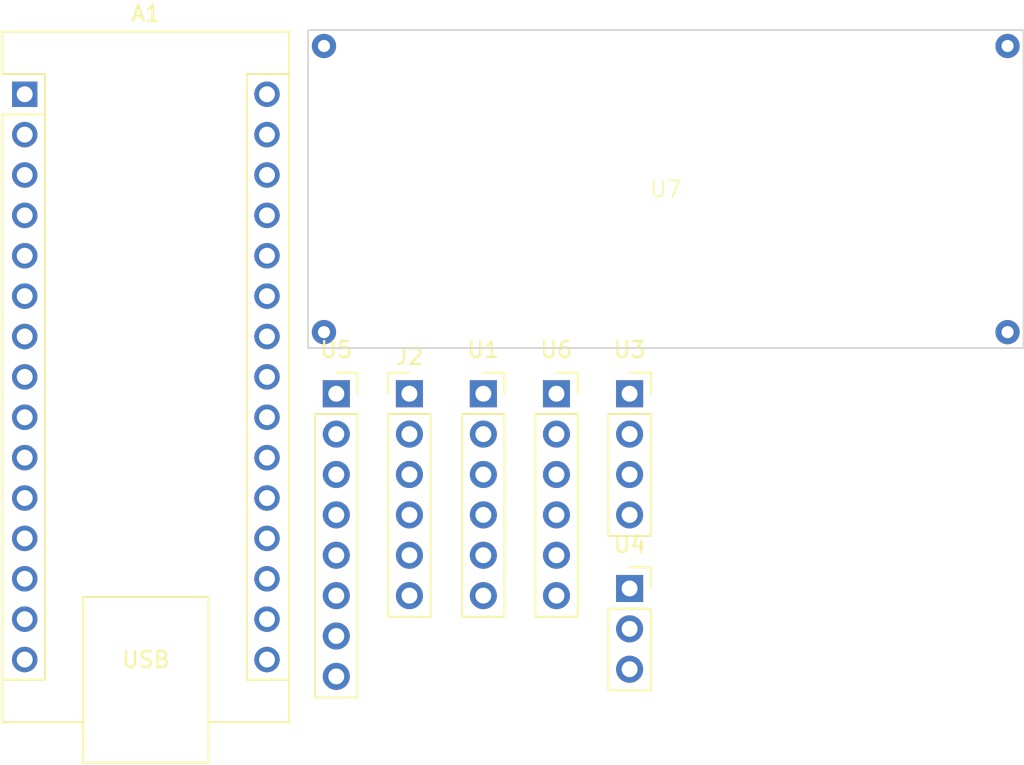
<source format=kicad_pcb>
(kicad_pcb (version 20240108) (generator "pcbnew") (generator_version "8.0")
  (layers (0 "F.Cu" signal) (31 "B.Cu" signal) (34 "B.Paste" user) (35 "F.Paste" user) (36 "B.SilkS" user "B.Silkscreen") (37 "F.SilkS" user "F.Silkscreen") (38 "B.Mask" user) (39 "F.Mask" user) (44 "Edge.Cuts" user))
  (net 0 "")
  (net 1 "GND")
  (net 4 "+3.3V")
  (net 5 "Net-(U3-Vs)")
  (net 6 "sda")
  (net 7 "scl")
  (net 14 "+5V")
  (net 15 "in1")
  (net 19 "enb")
  (net 20 "Net-(A1-A1)")
  (net 21 "Net-(A1-D11)")
  (net 22 "ena")
  (net 23 "Net-(A1-A0)")
  (net 25 "Net-(A1-D1{slash}TX)")
  (net 29 "Net-(A1-D2)")
  (net 30 "Net-(A1-D0{slash}RX)")
  (net 31 "Net-(A1-D3)")
  (net 33 "Net-(A1-D12)")
  (net 34 "in2")
  (net 35 "in3")
  (net 36 "in4")
  (net 38 "Net-(J1-Pin_1)")
  (footprint "Connector_PinSocket_2.54mm:PinSocket_1x08_P2.54mm_Vertical" (layer "F.Cu") (at 136.15 88.97)
    (property "Reference" "U5" (at 0 -2.77 0) (layer "F.SilkS"))
    (property "Value" "MPU-6050")
    (fp_line (start -1.33 1.27) (end -1.33 19.11) (stroke (width 0.12)) (layer "F.SilkS"))
    (fp_line (start -1.33 1.27) (end 1.33 1.27) (stroke (width 0.12)) (layer "F.SilkS"))
    (fp_line (start -1.33 19.11) (end 1.33 19.11) (stroke (width 0.12)) (layer "F.SilkS"))
    (fp_line (start 0 -1.33) (end 1.33 -1.33) (stroke (width 0.12)) (layer "F.SilkS"))
    (fp_line (start 1.33 -1.33) (end 1.33 0) (stroke (width 0.12)) (layer "F.SilkS"))
    (fp_line (start 1.33 1.27) (end 1.33 19.11) (stroke (width 0.12)) (layer "F.SilkS"))
    (pad "1" thru_hole rect (at 0 0) (size 1.7 1.7) (drill 1) (layers "*.Cu" "*.Mask") (net 14 "+5V"))
    (pad "2" thru_hole oval (at 0 2.54) (size 1.7 1.7) (drill 1) (layers "*.Cu" "*.Mask") (net 1 "GND"))
    (pad "3" thru_hole oval (at 0 5.08) (size 1.7 1.7) (drill 1) (layers "*.Cu" "*.Mask") (net 7 "scl"))
    (pad "4" thru_hole oval (at 0 7.62) (size 1.7 1.7) (drill 1) (layers "*.Cu" "*.Mask") (net 6 "sda"))
    (pad "5" thru_hole oval (at 0 10.16) (size 1.7 1.7) (drill 1) (layers "*.Cu" "*.Mask"))
    (pad "6" thru_hole oval (at 0 12.7) (size 1.7 1.7) (drill 1) (layers "*.Cu" "*.Mask"))
    (pad "7" thru_hole oval (at 0 15.24) (size 1.7 1.7) (drill 1) (layers "*.Cu" "*.Mask"))
    (pad "8" thru_hole oval (at 0 17.78) (size 1.7 1.7) (drill 1) (layers "*.Cu" "*.Mask"))
  )
  (footprint "Connector_PinHeader_2.54mm:PinHeader_1x06_P2.54mm_Vertical" (layer "F.Cu") (at 140.75 88.97)
    (property "Reference" "J2" (at 0 -2.33 0) (layer "F.SilkS"))
    (property "Value" "Conn_01x06")
    (fp_line (start -1.33 -1.33) (end 0 -1.33) (stroke (width 0.12)) (layer "F.SilkS"))
    (fp_line (start -1.33 0) (end -1.33 -1.33) (stroke (width 0.12)) (layer "F.SilkS"))
    (fp_line (start -1.33 1.27) (end -1.33 14.03) (stroke (width 0.12)) (layer "F.SilkS"))
    (fp_line (start -1.33 1.27) (end 1.33 1.27) (stroke (width 0.12)) (layer "F.SilkS"))
    (fp_line (start -1.33 14.03) (end 1.33 14.03) (stroke (width 0.12)) (layer "F.SilkS"))
    (fp_line (start 1.33 1.27) (end 1.33 14.03) (stroke (width 0.12)) (layer "F.SilkS"))
    (pad "1" thru_hole rect (at 0 0) (size 1.7 1.7) (drill 1) (layers "*.Cu" "*.Mask") (net 1 "GND"))
    (pad "2" thru_hole oval (at 0 2.54) (size 1.7 1.7) (drill 1) (layers "*.Cu" "*.Mask") (net 14 "+5V"))
    (pad "3" thru_hole oval (at 0 5.08) (size 1.7 1.7) (drill 1) (layers "*.Cu" "*.Mask") (net 33 "Net-(A1-D12)"))
    (pad "4" thru_hole oval (at 0 7.62) (size 1.7 1.7) (drill 1) (layers "*.Cu" "*.Mask") (net 20 "Net-(A1-A1)"))
    (pad "5" thru_hole oval (at 0 10.16) (size 1.7 1.7) (drill 1) (layers "*.Cu" "*.Mask") (net 23 "Net-(A1-A0)"))
    (pad "6" thru_hole oval (at 0 12.7) (size 1.7 1.7) (drill 1) (layers "*.Cu" "*.Mask") (net 21 "Net-(A1-D11)"))
  )
  (footprint "Module:Arduino_Nano" (layer "F.Cu") (at 116.55 70.13)
    (property "Reference" "A1" (at 7.62 -5.08 0) (layer "F.SilkS"))
    (property "Value" "Arduino_Nano_v3.x")
    (fp_line (start -1.4 -3.94) (end -1.4 -1.27) (stroke (width 0.12)) (layer "F.SilkS"))
    (fp_line (start -1.4 1.27) (end -1.4 39.5) (stroke (width 0.12)) (layer "F.SilkS"))
    (fp_line (start -1.4 39.5) (end 3.68 39.5) (stroke (width 0.12)) (layer "F.SilkS"))
    (fp_line (start 1.27 -1.27) (end -1.4 -1.27) (stroke (width 0.12)) (layer "F.SilkS"))
    (fp_line (start 1.27 1.27) (end -1.4 1.27) (stroke (width 0.12)) (layer "F.SilkS"))
    (fp_line (start 1.27 1.27) (end 1.27 -1.27) (stroke (width 0.12)) (layer "F.SilkS"))
    (fp_line (start 1.27 1.27) (end 1.27 36.83) (stroke (width 0.12)) (layer "F.SilkS"))
    (fp_line (start 1.27 36.83) (end -1.4 36.83) (stroke (width 0.12)) (layer "F.SilkS"))
    (fp_line (start 3.68 31.62) (end 11.56 31.62) (stroke (width 0.12)) (layer "F.SilkS"))
    (fp_line (start 3.68 42.04) (end 3.68 31.62) (stroke (width 0.12)) (layer "F.SilkS"))
    (fp_line (start 11.56 31.62) (end 11.56 42.04) (stroke (width 0.12)) (layer "F.SilkS"))
    (fp_line (start 11.56 42.04) (end 3.68 42.04) (stroke (width 0.12)) (layer "F.SilkS"))
    (fp_line (start 13.97 -1.27) (end 13.97 36.83) (stroke (width 0.12)) (layer "F.SilkS"))
    (fp_line (start 13.97 -1.27) (end 16.64 -1.27) (stroke (width 0.12)) (layer "F.SilkS"))
    (fp_line (start 13.97 36.83) (end 16.64 36.83) (stroke (width 0.12)) (layer "F.SilkS"))
    (fp_line (start 16.64 -3.94) (end -1.4 -3.94) (stroke (width 0.12)) (layer "F.SilkS"))
    (fp_line (start 16.64 39.5) (end 11.56 39.5) (stroke (width 0.12)) (layer "F.SilkS"))
    (fp_line (start 16.64 39.5) (end 16.64 -3.94) (stroke (width 0.12)) (layer "F.SilkS"))
    (fp_text user "USB" (at 7.62 35.56 0) (layer "F.SilkS"))
    (pad "1" thru_hole rect (at 0 0) (size 1.6 1.6) (drill 1) (layers "*.Cu" "*.Mask") (net 25 "Net-(A1-D1{slash}TX)"))
    (pad "2" thru_hole oval (at 0 2.54) (size 1.6 1.6) (drill 1) (layers "*.Cu" "*.Mask") (net 30 "Net-(A1-D0{slash}RX)"))
    (pad "3" thru_hole oval (at 0 5.08) (size 1.6 1.6) (drill 1) (layers "*.Cu" "*.Mask"))
    (pad "4" thru_hole oval (at 0 7.62) (size 1.6 1.6) (drill 1) (layers "*.Cu" "*.Mask") (net 1 "GND"))
    (pad "5" thru_hole oval (at 0 10.16) (size 1.6 1.6) (drill 1) (layers "*.Cu" "*.Mask") (net 29 "Net-(A1-D2)"))
    (pad "6" thru_hole oval (at 0 12.7) (size 1.6 1.6) (drill 1) (layers "*.Cu" "*.Mask") (net 31 "Net-(A1-D3)"))
    (pad "7" thru_hole oval (at 0 15.24) (size 1.6 1.6) (drill 1) (layers "*.Cu" "*.Mask") (net 15 "in1"))
    (pad "8" thru_hole oval (at 0 17.78) (size 1.6 1.6) (drill 1) (layers "*.Cu" "*.Mask") (net 19 "enb"))
    (pad "9" thru_hole oval (at 0 20.32) (size 1.6 1.6) (drill 1) (layers "*.Cu" "*.Mask") (net 36 "in4"))
    (pad "10" thru_hole oval (at 0 22.86) (size 1.6 1.6) (drill 1) (layers "*.Cu" "*.Mask") (net 35 "in3"))
    (pad "11" thru_hole oval (at 0 25.4) (size 1.6 1.6) (drill 1) (layers "*.Cu" "*.Mask") (net 22 "ena"))
    (pad "12" thru_hole oval (at 0 27.94) (size 1.6 1.6) (drill 1) (layers "*.Cu" "*.Mask") (net 34 "in2"))
    (pad "13" thru_hole oval (at 0 30.48) (size 1.6 1.6) (drill 1) (layers "*.Cu" "*.Mask") (net 15 "in1"))
    (pad "14" thru_hole oval (at 0 33.02) (size 1.6 1.6) (drill 1) (layers "*.Cu" "*.Mask") (net 21 "Net-(A1-D11)"))
    (pad "15" thru_hole oval (at 0 35.56) (size 1.6 1.6) (drill 1) (layers "*.Cu" "*.Mask") (net 33 "Net-(A1-D12)"))
    (pad "16" thru_hole oval (at 15.24 35.56) (size 1.6 1.6) (drill 1) (layers "*.Cu" "*.Mask"))
    (pad "17" thru_hole oval (at 15.24 33.02) (size 1.6 1.6) (drill 1) (layers "*.Cu" "*.Mask"))
    (pad "18" thru_hole oval (at 15.24 30.48) (size 1.6 1.6) (drill 1) (layers "*.Cu" "*.Mask"))
    (pad "19" thru_hole oval (at 15.24 27.94) (size 1.6 1.6) (drill 1) (layers "*.Cu" "*.Mask") (net 23 "Net-(A1-A0)"))
    (pad "20" thru_hole oval (at 15.24 25.4) (size 1.6 1.6) (drill 1) (layers "*.Cu" "*.Mask") (net 20 "Net-(A1-A1)"))
    (pad "21" thru_hole oval (at 15.24 22.86) (size 1.6 1.6) (drill 1) (layers "*.Cu" "*.Mask"))
    (pad "22" thru_hole oval (at 15.24 20.32) (size 1.6 1.6) (drill 1) (layers "*.Cu" "*.Mask"))
    (pad "23" thru_hole oval (at 15.24 17.78) (size 1.6 1.6) (drill 1) (layers "*.Cu" "*.Mask") (net 6 "sda"))
    (pad "24" thru_hole oval (at 15.24 15.24) (size 1.6 1.6) (drill 1) (layers "*.Cu" "*.Mask") (net 7 "scl"))
    (pad "25" thru_hole oval (at 15.24 12.7) (size 1.6 1.6) (drill 1) (layers "*.Cu" "*.Mask"))
    (pad "26" thru_hole oval (at 15.24 10.16) (size 1.6 1.6) (drill 1) (layers "*.Cu" "*.Mask"))
    (pad "27" thru_hole oval (at 15.24 7.62) (size 1.6 1.6) (drill 1) (layers "*.Cu" "*.Mask"))
    (pad "28" thru_hole oval (at 15.24 5.08) (size 1.6 1.6) (drill 1) (layers "*.Cu" "*.Mask"))
    (pad "29" thru_hole oval (at 15.24 2.54) (size 1.6 1.6) (drill 1) (layers "*.Cu" "*.Mask"))
    (pad "30" thru_hole oval (at 15.24 0) (size 1.6 1.6) (drill 1) (layers "*.Cu" "*.Mask") (net 14 "+5V"))
  )
  (footprint "Connector_PinSocket_2.54mm:PinSocket_1x03_P2.54mm_Vertical" (layer "F.Cu") (at 154.6 101.22)
    (property "Reference" "U4" (at 0 -2.77 0) (layer "F.SilkS"))
    (property "Value" "~")
    (fp_line (start -1.33 1.27) (end -1.33 6.41) (stroke (width 0.12)) (layer "F.SilkS"))
    (fp_line (start -1.33 1.27) (end 1.33 1.27) (stroke (width 0.12)) (layer "F.SilkS"))
    (fp_line (start -1.33 6.41) (end 1.33 6.41) (stroke (width 0.12)) (layer "F.SilkS"))
    (fp_line (start 0 -1.33) (end 1.33 -1.33) (stroke (width 0.12)) (layer "F.SilkS"))
    (fp_line (start 1.33 -1.33) (end 1.33 0) (stroke (width 0.12)) (layer "F.SilkS"))
    (fp_line (start 1.33 1.27) (end 1.33 6.41) (stroke (width 0.12)) (layer "F.SilkS"))
    (pad "1" thru_hole rect (at 0 0) (size 1.7 1.7) (drill 1) (layers "*.Cu" "*.Mask") (net 14 "+5V"))
    (pad "2" thru_hole oval (at 0 2.54) (size 1.7 1.7) (drill 1) (layers "*.Cu" "*.Mask") (net 1 "GND"))
    (pad "3" thru_hole oval (at 0 5.08) (size 1.7 1.7) (drill 1) (layers "*.Cu" "*.Mask") (net 30 "Net-(A1-D0{slash}RX)"))
  )
  (footprint "custom:buck" (layer "F.Cu") (at 156.875 76.595)
    (property "Reference" "U7" (at 0 -0.5 0) (layer "F.SilkS") (effects (font (thickness 0.1))))
    (property "Value" "~")
    (fp_rect (start -22.5 -10.5) (end 22.5 9.5) (stroke (width 0.1)) (fill none) (layer "Edge.Cuts"))
    (fp_text user "vin" (at -20 -9 0) (layer "Edge.Cuts") (effects (justify left bottom)))
    (pad "1" thru_hole circle (at -21.5 -9.5) (size 1.524 1.524) (drill 0.762) (layers "*.Cu" "*.Mask") (net 5 "Net-(U3-Vs)"))
    (pad "2" thru_hole circle (at -21.5 8.5) (size 1.524 1.524) (drill 0.762) (layers "*.Cu" "*.Mask") (net 1 "GND"))
    (pad "3" thru_hole circle (at 21.5 -9.5) (size 1.524 1.524) (drill 0.762) (layers "*.Cu" "*.Mask") (net 4 "+3.3V"))
    (pad "4" thru_hole circle (at 21.5 8.5) (size 1.524 1.524) (drill 0.762) (layers "*.Cu" "*.Mask") (net 1 "GND"))
  )
  (footprint "Connector_PinSocket_2.54mm:PinSocket_1x06_P2.54mm_Vertical" (layer "F.Cu") (at 150 88.97)
    (property "Reference" "U6" (at 0 -2.77 0) (layer "F.SilkS"))
    (property "Value" "INA219AxD")
    (fp_line (start -1.33 1.27) (end -1.33 14.03) (stroke (width 0.12)) (layer "F.SilkS"))
    (fp_line (start -1.33 1.27) (end 1.33 1.27) (stroke (width 0.12)) (layer "F.SilkS"))
    (fp_line (start -1.33 14.03) (end 1.33 14.03) (stroke (width 0.12)) (layer "F.SilkS"))
    (fp_line (start 0 -1.33) (end 1.33 -1.33) (stroke (width 0.12)) (layer "F.SilkS"))
    (fp_line (start 1.33 -1.33) (end 1.33 0) (stroke (width 0.12)) (layer "F.SilkS"))
    (fp_line (start 1.33 1.27) (end 1.33 14.03) (stroke (width 0.12)) (layer "F.SilkS"))
    (pad "1" thru_hole rect (at 0 0) (size 1.7 1.7) (drill 1) (layers "*.Cu" "*.Mask") (net 14 "+5V"))
    (pad "2" thru_hole oval (at 0 2.54) (size 1.7 1.7) (drill 1) (layers "*.Cu" "*.Mask") (net 1 "GND"))
    (pad "3" thru_hole oval (at 0 5.08) (size 1.7 1.7) (drill 1) (layers "*.Cu" "*.Mask") (net 7 "scl"))
    (pad "4" thru_hole oval (at 0 7.62) (size 1.7 1.7) (drill 1) (layers "*.Cu" "*.Mask") (net 6 "sda"))
    (pad "5" thru_hole oval (at 0 10.16) (size 1.7 1.7) (drill 1) (layers "*.Cu" "*.Mask") (net 5 "Net-(U3-Vs)"))
    (pad "6" thru_hole oval (at 0 12.7) (size 1.7 1.7) (drill 1) (layers "*.Cu" "*.Mask") (net 38 "Net-(J1-Pin_1)"))
  )
  (footprint "Connector_PinSocket_2.54mm:PinSocket_1x04_P2.54mm_Vertical" (layer "F.Cu") (at 154.6 88.97)
    (property "Reference" "U3" (at 0 -2.77 0) (layer "F.SilkS"))
    (property "Value" "L298N")
    (fp_line (start -1.33 1.27) (end -1.33 8.95) (stroke (width 0.12)) (layer "F.SilkS"))
    (fp_line (start -1.33 1.27) (end 1.33 1.27) (stroke (width 0.12)) (layer "F.SilkS"))
    (fp_line (start -1.33 8.95) (end 1.33 8.95) (stroke (width 0.12)) (layer "F.SilkS"))
    (fp_line (start 0 -1.33) (end 1.33 -1.33) (stroke (width 0.12)) (layer "F.SilkS"))
    (fp_line (start 1.33 -1.33) (end 1.33 0) (stroke (width 0.12)) (layer "F.SilkS"))
    (fp_line (start 1.33 1.27) (end 1.33 8.95) (stroke (width 0.12)) (layer "F.SilkS"))
    (pad "1" thru_hole rect (at 0 0) (size 1.7 1.7) (drill 1) (layers "*.Cu" "*.Mask") (net 19 "enb"))
    (pad "2" thru_hole oval (at 0 2.54) (size 1.7 1.7) (drill 1) (layers "*.Cu" "*.Mask") (net 36 "in4"))
    (pad "3" thru_hole oval (at 0 5.08) (size 1.7 1.7) (drill 1) (layers "*.Cu" "*.Mask") (net 35 "in3"))
    (pad "4" thru_hole oval (at 0 7.62) (size 1.7 1.7) (drill 1) (layers "*.Cu" "*.Mask") (net 34 "in2"))
  )
  (footprint "Connector_PinSocket_2.54mm:PinSocket_1x06_P2.54mm_Vertical" (layer "F.Cu") (at 145.4 88.97)
    (property "Reference" "U1" (at 0 -2.77 0) (layer "F.SilkS"))
    (property "Value" "~")
    (fp_line (start -1.33 1.27) (end -1.33 14.03) (stroke (width 0.12)) (layer "F.SilkS"))
    (fp_line (start -1.33 1.27) (end 1.33 1.27) (stroke (width 0.12)) (layer "F.SilkS"))
    (fp_line (start -1.33 14.03) (end 1.33 14.03) (stroke (width 0.12)) (layer "F.SilkS"))
    (fp_line (start 0 -1.33) (end 1.33 -1.33) (stroke (width 0.12)) (layer "F.SilkS"))
    (fp_line (start 1.33 -1.33) (end 1.33 0) (stroke (width 0.12)) (layer "F.SilkS"))
    (fp_line (start 1.33 1.27) (end 1.33 14.03) (stroke (width 0.12)) (layer "F.SilkS"))
    (pad "1" thru_hole rect (at 0 0) (size 1.7 1.7) (drill 1) (layers "*.Cu" "*.Mask"))
    (pad "2" thru_hole oval (at 0 2.54) (size 1.7 1.7) (drill 1) (layers "*.Cu" "*.Mask") (net 4 "+3.3V"))
    (pad "3" thru_hole oval (at 0 5.08) (size 1.7 1.7) (drill 1) (layers "*.Cu" "*.Mask") (net 1 "GND"))
    (pad "4" thru_hole oval (at 0 7.62) (size 1.7 1.7) (drill 1) (layers "*.Cu" "*.Mask") (net 31 "Net-(A1-D3)"))
    (pad "5" thru_hole oval (at 0 10.16) (size 1.7 1.7) (drill 1) (layers "*.Cu" "*.Mask") (net 29 "Net-(A1-D2)"))
    (pad "6" thru_hole oval (at 0 12.7) (size 1.7 1.7) (drill 1) (layers "*.Cu" "*.Mask"))
  )
)
</source>
